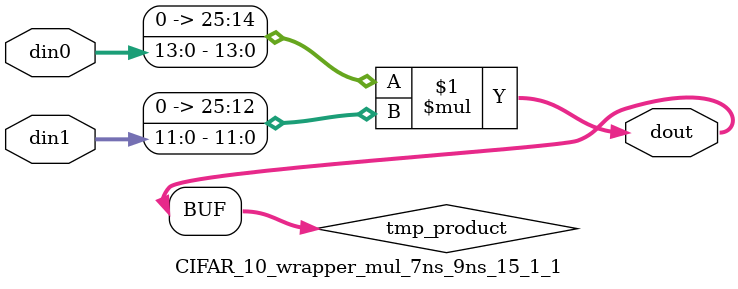
<source format=v>

`timescale 1 ns / 1 ps

  module CIFAR_10_wrapper_mul_7ns_9ns_15_1_1(din0, din1, dout);
parameter ID = 1;
parameter NUM_STAGE = 0;
parameter din0_WIDTH = 14;
parameter din1_WIDTH = 12;
parameter dout_WIDTH = 26;

input [din0_WIDTH - 1 : 0] din0; 
input [din1_WIDTH - 1 : 0] din1; 
output [dout_WIDTH - 1 : 0] dout;

wire signed [dout_WIDTH - 1 : 0] tmp_product;










assign tmp_product = $signed({1'b0, din0}) * $signed({1'b0, din1});











assign dout = tmp_product;







endmodule

</source>
